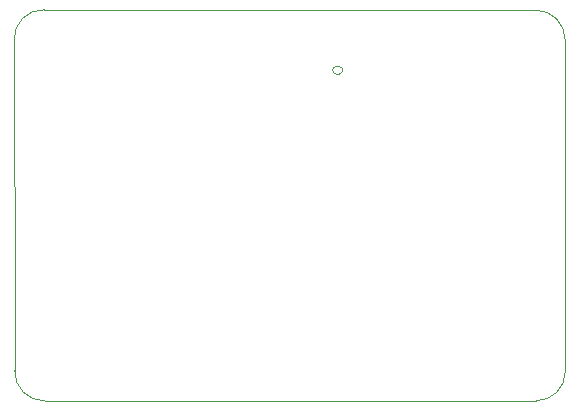
<source format=gm1>
%TF.GenerationSoftware,KiCad,Pcbnew,7.0.5*%
%TF.CreationDate,2023-07-24T14:08:39-04:00*%
%TF.ProjectId,GPSPCB,47505350-4342-42e6-9b69-6361645f7063,00*%
%TF.SameCoordinates,Original*%
%TF.FileFunction,Profile,NP*%
%FSLAX46Y46*%
G04 Gerber Fmt 4.6, Leading zero omitted, Abs format (unit mm)*
G04 Created by KiCad (PCBNEW 7.0.5) date 2023-07-24 14:08:39*
%MOMM*%
%LPD*%
G01*
G04 APERTURE LIST*
%TA.AperFunction,Profile*%
%ADD10C,0.050000*%
%TD*%
%TA.AperFunction,Profile*%
%ADD11C,0.010000*%
%TD*%
G04 APERTURE END LIST*
D10*
X80568120Y-50218123D02*
G75*
G03*
X78018123Y-52768120I-68120J-2481877D01*
G01*
X122200000Y-83340000D02*
G75*
G03*
X124690000Y-80850000I0J2490000D01*
G01*
X80568120Y-50218121D02*
X122125000Y-50250000D01*
X78068121Y-80781880D02*
G75*
G03*
X80618120Y-83331879I2499979J-50020D01*
G01*
X78068121Y-77318120D02*
X78018121Y-52768120D01*
X78068121Y-77318120D02*
X78068121Y-80781880D01*
X124690000Y-80850000D02*
X124674999Y-52799999D01*
X124674999Y-52799999D02*
G75*
G03*
X122125000Y-50250001I-2499999J49999D01*
G01*
X122200000Y-83340000D02*
X80618120Y-83331879D01*
D11*
%TO.C,J1*%
X105295000Y-55025000D02*
X105545000Y-55025000D01*
X105545000Y-55655000D02*
X105295000Y-55655000D01*
X105295000Y-55025000D02*
G75*
G03*
X104980000Y-55340000I0J-315000D01*
G01*
X104980000Y-55340000D02*
G75*
G03*
X105295000Y-55655000I315000J0D01*
G01*
X105860000Y-55340000D02*
G75*
G03*
X105545000Y-55025000I-315000J0D01*
G01*
X105545000Y-55655000D02*
G75*
G03*
X105860000Y-55340000I0J315000D01*
G01*
%TD*%
M02*

</source>
